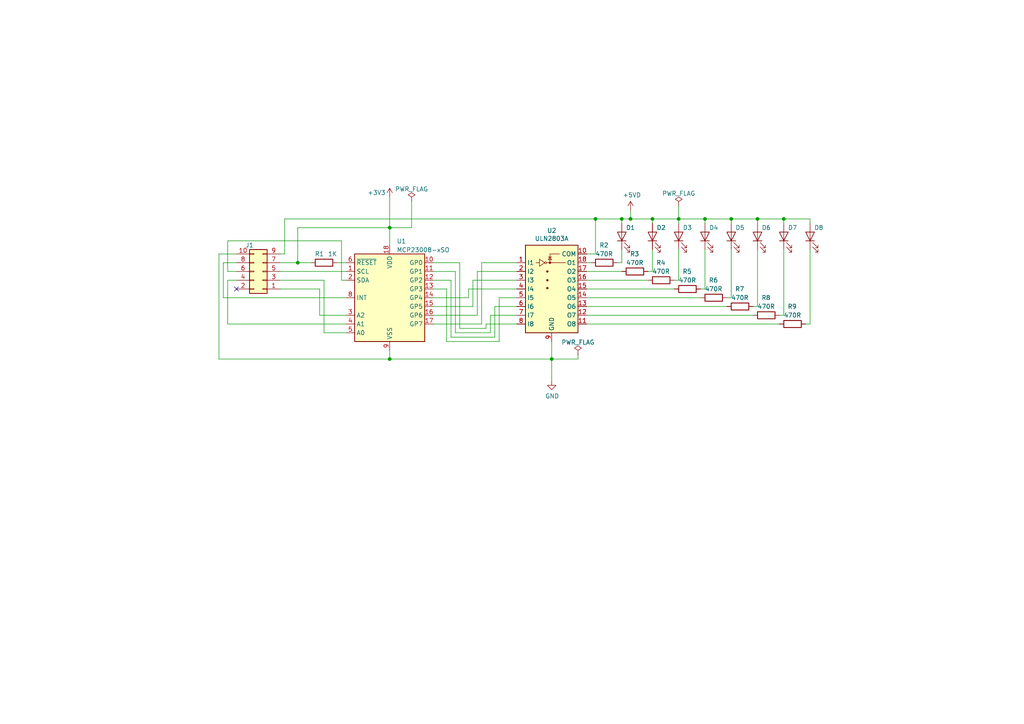
<source format=kicad_sch>
(kicad_sch (version 20211123) (generator eeschema)
  (paper "A4")
  (lib_symbols
    (symbol "Interface_Expansion:MCP23008-xSO"
      (property "Reference" "U" (at -8.89 13.97 0))
      (property "Value" "MCP23008-xSO" (at 8.89 13.97 0))
      (symbol "MCP23008-xSO_0_1"
        (rectangle (start -10.16 12.7) (end 10.16 -12.7) (stroke (width 0.254)) (fill (type background)))
      )
      (symbol "MCP23008-xSO_1_1"
        (pin input line (at -12.7 7.62 0) (length 2.54) (name "SCL") (number "1"))
        (pin bidirectional line (at 12.7 10.16 180) (length 2.54) (name "GP0") (number "10"))
        (pin bidirectional line (at 12.7 7.62 180) (length 2.54) (name "GP1") (number "11"))
        (pin bidirectional line (at 12.7 5.08 180) (length 2.54) (name "GP2") (number "12"))
        (pin bidirectional line (at 12.7 2.54 180) (length 2.54) (name "GP3") (number "13"))
        (pin bidirectional line (at 12.7 0 180) (length 2.54) (name "GP4") (number "14"))
        (pin bidirectional line (at 12.7 -2.54 180) (length 2.54) (name "GP5") (number "15"))
        (pin bidirectional line (at 12.7 -5.08 180) (length 2.54) (name "GP6") (number "16"))
        (pin bidirectional line (at 12.7 -7.62 180) (length 2.54) (name "GP7") (number "17"))
        (pin power_in line (at 0 15.24 270) (length 2.54) (name "VDD") (number "18"))
        (pin bidirectional line (at -12.7 5.08 0) (length 2.54) (name "SDA") (number "2"))
        (pin input line (at -12.7 -5.08 0) (length 2.54) (name "A2") (number "3"))
        (pin input line (at -12.7 -7.62 0) (length 2.54) (name "A1") (number "4"))
        (pin input line (at -12.7 -10.16 0) (length 2.54) (name "A0") (number "5"))
        (pin input line (at -12.7 10.16 0) (length 2.54) (name "~{RESET}") (number "6"))
        (pin no_connect line (at -10.16 -2.54 0) (length 2.54) hide (name "NC") (number "7"))
        (pin output line (at -12.7 0 0) (length 2.54) (name "INT") (number "8"))
        (pin power_in line (at 0 -15.24 90) (length 2.54) (name "VSS") (number "9"))
      )
    )
    (symbol "mrv-8-rescue:+3.3V-power" (power) (pin_names (offset 0))
      (property "Value" "+3.3V-power" (at 0 3.556 0))
      (symbol "+3.3V-power_0_1"
        (polyline (pts (xy -0.762 1.27) (xy 0 2.54)))
        (polyline (pts (xy 0 0) (xy 0 2.54)))
        (polyline (pts (xy 0 2.54) (xy 0.762 1.27)))
      )
      (symbol "+3.3V-power_1_1"
        (pin power_in line (at 0 0 90) (length 0) hide (name "+3V3") (number "1"))
      )
    )
    (symbol "mrv-8-rescue:+5VD-power" (power) (pin_names (offset 0))
      (property "Value" "+5VD-power" (at 0 3.556 0))
      (symbol "+5VD-power_0_1"
        (polyline (pts (xy -0.762 1.27) (xy 0 2.54)))
        (polyline (pts (xy 0 0) (xy 0 2.54)))
        (polyline (pts (xy 0 2.54) (xy 0.762 1.27)))
      )
      (symbol "+5VD-power_1_1"
        (pin power_in line (at 0 0 90) (length 0) hide (name "+5VD") (number "1"))
      )
    )
    (symbol "mrv-8-rescue:Conn_02x05_Odd_Even-Connector_Generic" (pin_names (offset 1.016) hide)
      (property "Reference" "J" (at 1.27 7.62 0))
      (property "Value" "Conn_02x05_Odd_Even-Connector_Generic" (at 1.27 -7.62 0))
      (symbol "Conn_02x05_Odd_Even-Connector_Generic_1_1"
        (rectangle (start -1.27 -4.953) (end 0 -5.207) (stroke (width 0.1524)))
        (rectangle (start -1.27 -2.413) (end 0 -2.667) (stroke (width 0.1524)))
        (rectangle (start -1.27 0.127) (end 0 -0.127) (stroke (width 0.1524)))
        (rectangle (start -1.27 2.667) (end 0 2.413) (stroke (width 0.1524)))
        (rectangle (start -1.27 5.207) (end 0 4.953) (stroke (width 0.1524)))
        (rectangle (start -1.27 6.35) (end 3.81 -6.35) (stroke (width 0.254)) (fill (type background)))
        (rectangle (start 3.81 -4.953) (end 2.54 -5.207) (stroke (width 0.1524)))
        (rectangle (start 3.81 -2.413) (end 2.54 -2.667) (stroke (width 0.1524)))
        (rectangle (start 3.81 0.127) (end 2.54 -0.127) (stroke (width 0.1524)))
        (rectangle (start 3.81 2.667) (end 2.54 2.413) (stroke (width 0.1524)))
        (rectangle (start 3.81 5.207) (end 2.54 4.953) (stroke (width 0.1524)))
        (pin passive line (at -5.08 5.08 0) (length 3.81) (name "Pin_1") (number "1"))
        (pin passive line (at 7.62 -5.08 180) (length 3.81) (name "Pin_10") (number "10"))
        (pin passive line (at 7.62 5.08 180) (length 3.81) (name "Pin_2") (number "2"))
        (pin passive line (at -5.08 2.54 0) (length 3.81) (name "Pin_3") (number "3"))
        (pin passive line (at 7.62 2.54 180) (length 3.81) (name "Pin_4") (number "4"))
        (pin passive line (at -5.08 0 0) (length 3.81) (name "Pin_5") (number "5"))
        (pin passive line (at 7.62 0 180) (length 3.81) (name "Pin_6") (number "6"))
        (pin passive line (at -5.08 -2.54 0) (length 3.81) (name "Pin_7") (number "7"))
        (pin passive line (at 7.62 -2.54 180) (length 3.81) (name "Pin_8") (number "8"))
        (pin passive line (at -5.08 -5.08 0) (length 3.81) (name "Pin_9") (number "9"))
      )
    )
    (symbol "mrv-8-rescue:GND-power" (power) (pin_names (offset 0))
      (property "Value" "GND-power" (at 0 -3.81 0))
      (symbol "GND-power_0_1"
        (polyline (pts (xy 0 0) (xy 0 -1.27) (xy 1.27 -1.27) (xy 0 -2.54) (xy -1.27 -1.27) (xy 0 -1.27)))
      )
      (symbol "GND-power_1_1"
        (pin power_in line (at 0 0 270) (length 0) hide (name "GND") (number "1"))
      )
    )
    (symbol "mrv-8-rescue:IR26-21C_L110_TR8-LED" (pin_numbers hide) (pin_names (offset 1.016) hide)
      (property "Reference" "D" (at 0 2.54 0))
      (property "Value" "IR26-21C_L110_TR8-LED" (at 0 -3.81 0))
      (symbol "IR26-21C_L110_TR8-LED_0_1"
        (polyline (pts (xy -1.27 -1.27) (xy -1.27 1.27)) (stroke (width 0.2032)))
        (polyline (pts (xy -1.27 0) (xy 1.27 0)))
        (polyline (pts (xy 1.27 -1.27) (xy 1.27 1.27) (xy -1.27 0) (xy 1.27 -1.27)) (stroke (width 0.2032)))
        (polyline (pts (xy -3.048 -0.762) (xy -4.572 -2.286) (xy -3.81 -2.286) (xy -4.572 -2.286) (xy -4.572 -1.524)))
        (polyline (pts (xy -1.778 -0.762) (xy -3.302 -2.286) (xy -2.54 -2.286) (xy -3.302 -2.286) (xy -3.302 -1.524)))
      )
      (symbol "IR26-21C_L110_TR8-LED_1_1"
        (pin passive line (at -3.81 0 0) (length 2.54) (name "K") (number "1"))
        (pin passive line (at 3.81 0 180) (length 2.54) (name "A") (number "2"))
      )
    )
    (symbol "mrv-8-rescue:R-Device" (pin_numbers hide) (pin_names (offset 0))
      (property "Reference" "R" (at 2.032 0 90))
      (property "Value" "R-Device" (at 0 0 90))
      (symbol "R-Device_0_1"
        (rectangle (start -1.016 -2.54) (end 1.016 2.54) (stroke (width 0.254)))
      )
      (symbol "R-Device_1_1"
        (pin passive line (at 0 3.81 270) (length 1.27) (name "~") (number "1"))
        (pin passive line (at 0 -3.81 90) (length 1.27) (name "~") (number "2"))
      )
    )
    (symbol "mrv-8-rescue:ULN2803A-Transistor_Array"
      (property "Reference" "U" (at 0 13.335 0))
      (property "Value" "ULN2803A-Transistor_Array" (at 0 11.43 0))
      (symbol "ULN2803A-Transistor_Array_0_1"
        (rectangle (start -7.62 -15.24) (end 7.62 10.16) (stroke (width 0.254)) (fill (type background)))
        (circle (center -1.778 5.08) (radius 0.254))
        (circle (center -1.27 -2.286) (radius 0.254) (fill (type outline)))
        (circle (center -1.27 0) (radius 0.254) (fill (type outline)))
        (circle (center -1.27 2.54) (radius 0.254) (fill (type outline)))
        (circle (center -0.508 5.08) (radius 0.254) (fill (type outline)))
        (polyline (pts (xy -4.572 5.08) (xy -3.556 5.08)))
        (polyline (pts (xy -1.524 5.08) (xy 4.064 5.08)))
        (polyline (pts (xy 0 6.731) (xy -1.016 6.731)))
        (polyline (pts (xy -0.508 5.08) (xy -0.508 7.62) (xy 2.286 7.62)))
        (polyline (pts (xy -3.556 6.096) (xy -3.556 4.064) (xy -2.032 5.08) (xy -3.556 6.096)))
        (polyline (pts (xy 0 5.969) (xy -1.016 5.969) (xy -0.508 6.731) (xy 0 5.969)))
      )
      (symbol "ULN2803A-Transistor_Array_1_1"
        (pin input line (at -10.16 5.08 0) (length 2.54) (name "I1") (number "1"))
        (pin passive line (at 10.16 7.62 180) (length 2.54) (name "COM") (number "10"))
        (pin open_collector line (at 10.16 -12.7 180) (length 2.54) (name "O8") (number "11"))
        (pin open_collector line (at 10.16 -10.16 180) (length 2.54) (name "O7") (number "12"))
        (pin open_collector line (at 10.16 -7.62 180) (length 2.54) (name "O6") (number "13"))
        (pin open_collector line (at 10.16 -5.08 180) (length 2.54) (name "O5") (number "14"))
        (pin open_collector line (at 10.16 -2.54 180) (length 2.54) (name "O4") (number "15"))
        (pin open_collector line (at 10.16 0 180) (length 2.54) (name "O3") (number "16"))
        (pin open_collector line (at 10.16 2.54 180) (length 2.54) (name "O2") (number "17"))
        (pin open_collector line (at 10.16 5.08 180) (length 2.54) (name "O1") (number "18"))
        (pin input line (at -10.16 2.54 0) (length 2.54) (name "I2") (number "2"))
        (pin input line (at -10.16 0 0) (length 2.54) (name "I3") (number "3"))
        (pin input line (at -10.16 -2.54 0) (length 2.54) (name "I4") (number "4"))
        (pin input line (at -10.16 -5.08 0) (length 2.54) (name "I5") (number "5"))
        (pin input line (at -10.16 -7.62 0) (length 2.54) (name "I6") (number "6"))
        (pin input line (at -10.16 -10.16 0) (length 2.54) (name "I7") (number "7"))
        (pin input line (at -10.16 -12.7 0) (length 2.54) (name "I8") (number "8"))
        (pin power_in line (at 0 -17.78 90) (length 2.54) (name "GND") (number "9"))
      )
    )
    (symbol "power:PWR_FLAG" (power) (pin_numbers hide) (pin_names (offset 0) hide)
      (property "Value" "PWR_FLAG" (at 0 3.81 0))
      (symbol "PWR_FLAG_0_0"
        (pin power_out line (at 0 0 90) (length 0) (name "pwr") (number "1"))
      )
      (symbol "PWR_FLAG_0_1"
        (polyline (pts (xy 0 0) (xy 0 1.27) (xy -1.016 1.905) (xy 0 2.54) (xy 1.016 1.905) (xy 0 1.27)))
      )
    )
  )
  (junction (at 182.88 63.5))
  (junction (at 212.09 63.5))
  (junction (at 86.36 76.2))
  (junction (at 204.47 63.5))
  (junction (at 196.85 63.5))
  (junction (at 160.02 104.14))
  (junction (at 113.03 104.14))
  (junction (at 189.23 63.5))
  (junction (at 180.34 63.5))
  (junction (at 219.71 63.5))
  (junction (at 113.03 66.04))
  (junction (at 227.33 63.5))
  (junction (at 172.72 63.5))
  (no_connect (at 68.58 83.82))
  (wire (pts (xy 212.09 63.5) (xy 212.09 64.77)))
  (wire (pts (xy 66.04 69.85) (xy 66.04 78.74)))
  (wire (pts (xy 170.18 83.82) (xy 195.58 83.82)))
  (wire (pts (xy 196.85 59.69) (xy 196.85 63.5)))
  (wire (pts (xy 82.55 63.5) (xy 172.72 63.5)))
  (wire (pts (xy 132.08 78.74) (xy 132.08 96.52)))
  (wire (pts (xy 66.04 81.28) (xy 66.04 93.98)))
  (wire (pts (xy 92.71 83.82) (xy 92.71 91.44)))
  (wire (pts (xy 204.47 83.82) (xy 203.2 83.82)))
  (wire (pts (xy 66.04 78.74) (xy 68.58 78.74)))
  (wire (pts (xy 135.89 83.82) (xy 149.86 83.82)))
  (wire (pts (xy 81.28 78.74) (xy 100.33 78.74)))
  (wire (pts (xy 189.23 78.74) (xy 187.96 78.74)))
  (wire (pts (xy 86.36 76.2) (xy 90.17 76.2)))
  (wire (pts (xy 204.47 63.5) (xy 196.85 63.5)))
  (wire (pts (xy 93.98 96.52) (xy 100.33 96.52)))
  (wire (pts (xy 212.09 72.39) (xy 212.09 86.36)))
  (wire (pts (xy 125.73 76.2) (xy 133.35 76.2)))
  (wire (pts (xy 125.73 81.28) (xy 130.81 81.28)))
  (wire (pts (xy 125.73 78.74) (xy 132.08 78.74)))
  (wire (pts (xy 130.81 81.28) (xy 130.81 97.79)))
  (wire (pts (xy 86.36 66.04) (xy 86.36 76.2)))
  (wire (pts (xy 125.73 91.44) (xy 138.43 91.44)))
  (wire (pts (xy 125.73 86.36) (xy 135.89 86.36)))
  (wire (pts (xy 234.95 64.77) (xy 234.95 63.5)))
  (wire (pts (xy 160.02 104.14) (xy 160.02 110.49)))
  (wire (pts (xy 64.77 76.2) (xy 68.58 76.2)))
  (wire (pts (xy 125.73 83.82) (xy 129.54 83.82)))
  (wire (pts (xy 144.78 86.36) (xy 149.86 86.36)))
  (wire (pts (xy 135.89 86.36) (xy 135.89 83.82)))
  (wire (pts (xy 170.18 81.28) (xy 187.96 81.28)))
  (wire (pts (xy 212.09 86.36) (xy 210.82 86.36)))
  (wire (pts (xy 227.33 63.5) (xy 219.71 63.5)))
  (wire (pts (xy 113.03 66.04) (xy 113.03 71.12)))
  (wire (pts (xy 204.47 72.39) (xy 204.47 83.82)))
  (wire (pts (xy 132.08 96.52) (xy 142.24 96.52)))
  (wire (pts (xy 234.95 63.5) (xy 227.33 63.5)))
  (wire (pts (xy 133.35 95.25) (xy 140.97 95.25)))
  (wire (pts (xy 82.55 73.66) (xy 82.55 63.5)))
  (wire (pts (xy 167.64 102.87) (xy 167.64 104.14)))
  (wire (pts (xy 227.33 91.44) (xy 226.06 91.44)))
  (wire (pts (xy 196.85 63.5) (xy 189.23 63.5)))
  (wire (pts (xy 219.71 63.5) (xy 219.71 64.77)))
  (wire (pts (xy 113.03 57.15) (xy 113.03 66.04)))
  (wire (pts (xy 143.51 97.79) (xy 143.51 88.9)))
  (wire (pts (xy 170.18 93.98) (xy 226.06 93.98)))
  (wire (pts (xy 170.18 76.2) (xy 171.45 76.2)))
  (wire (pts (xy 139.7 76.2) (xy 149.86 76.2)))
  (wire (pts (xy 170.18 91.44) (xy 218.44 91.44)))
  (wire (pts (xy 189.23 72.39) (xy 189.23 78.74)))
  (wire (pts (xy 93.98 81.28) (xy 93.98 96.52)))
  (wire (pts (xy 182.88 63.5) (xy 180.34 63.5)))
  (wire (pts (xy 227.33 63.5) (xy 227.33 64.77)))
  (wire (pts (xy 63.5 104.14) (xy 113.03 104.14)))
  (wire (pts (xy 129.54 83.82) (xy 129.54 99.06)))
  (wire (pts (xy 81.28 76.2) (xy 86.36 76.2)))
  (wire (pts (xy 81.28 83.82) (xy 92.71 83.82)))
  (wire (pts (xy 138.43 91.44) (xy 138.43 78.74)))
  (wire (pts (xy 204.47 63.5) (xy 204.47 64.77)))
  (wire (pts (xy 167.64 104.14) (xy 160.02 104.14)))
  (wire (pts (xy 140.97 95.25) (xy 140.97 93.98)))
  (wire (pts (xy 66.04 81.28) (xy 68.58 81.28)))
  (wire (pts (xy 125.73 93.98) (xy 139.7 93.98)))
  (wire (pts (xy 125.73 88.9) (xy 137.16 88.9)))
  (wire (pts (xy 142.24 96.52) (xy 142.24 91.44)))
  (wire (pts (xy 170.18 86.36) (xy 203.2 86.36)))
  (wire (pts (xy 113.03 104.14) (xy 160.02 104.14)))
  (wire (pts (xy 119.38 66.04) (xy 113.03 66.04)))
  (wire (pts (xy 137.16 81.28) (xy 149.86 81.28)))
  (wire (pts (xy 138.43 78.74) (xy 149.86 78.74)))
  (wire (pts (xy 64.77 86.36) (xy 64.77 76.2)))
  (wire (pts (xy 143.51 88.9) (xy 149.86 88.9)))
  (wire (pts (xy 144.78 99.06) (xy 144.78 86.36)))
  (wire (pts (xy 234.95 93.98) (xy 233.68 93.98)))
  (wire (pts (xy 212.09 63.5) (xy 204.47 63.5)))
  (wire (pts (xy 196.85 63.5) (xy 196.85 64.77)))
  (wire (pts (xy 142.24 91.44) (xy 149.86 91.44)))
  (wire (pts (xy 170.18 73.66) (xy 172.72 73.66)))
  (wire (pts (xy 113.03 66.04) (xy 86.36 66.04)))
  (wire (pts (xy 97.79 76.2) (xy 100.33 76.2)))
  (wire (pts (xy 196.85 81.28) (xy 195.58 81.28)))
  (wire (pts (xy 99.06 81.28) (xy 99.06 69.85)))
  (wire (pts (xy 227.33 72.39) (xy 227.33 91.44)))
  (wire (pts (xy 160.02 99.06) (xy 160.02 104.14)))
  (wire (pts (xy 129.54 99.06) (xy 144.78 99.06)))
  (wire (pts (xy 196.85 72.39) (xy 196.85 81.28)))
  (wire (pts (xy 81.28 73.66) (xy 82.55 73.66)))
  (wire (pts (xy 219.71 72.39) (xy 219.71 88.9)))
  (wire (pts (xy 219.71 63.5) (xy 212.09 63.5)))
  (wire (pts (xy 182.88 60.96) (xy 182.88 63.5)))
  (wire (pts (xy 180.34 63.5) (xy 180.34 64.77)))
  (wire (pts (xy 180.34 76.2) (xy 179.07 76.2)))
  (wire (pts (xy 81.28 81.28) (xy 93.98 81.28)))
  (wire (pts (xy 170.18 78.74) (xy 180.34 78.74)))
  (wire (pts (xy 170.18 88.9) (xy 210.82 88.9)))
  (wire (pts (xy 189.23 63.5) (xy 189.23 64.77)))
  (wire (pts (xy 63.5 73.66) (xy 63.5 104.14)))
  (wire (pts (xy 172.72 73.66) (xy 172.72 63.5)))
  (wire (pts (xy 172.72 63.5) (xy 180.34 63.5)))
  (wire (pts (xy 113.03 101.6) (xy 113.03 104.14)))
  (wire (pts (xy 68.58 73.66) (xy 63.5 73.66)))
  (wire (pts (xy 234.95 72.39) (xy 234.95 93.98)))
  (wire (pts (xy 133.35 76.2) (xy 133.35 95.25)))
  (wire (pts (xy 92.71 91.44) (xy 100.33 91.44)))
  (wire (pts (xy 100.33 86.36) (xy 64.77 86.36)))
  (wire (pts (xy 219.71 88.9) (xy 218.44 88.9)))
  (wire (pts (xy 140.97 93.98) (xy 149.86 93.98)))
  (wire (pts (xy 100.33 81.28) (xy 99.06 81.28)))
  (wire (pts (xy 139.7 93.98) (xy 139.7 76.2)))
  (wire (pts (xy 189.23 63.5) (xy 182.88 63.5)))
  (wire (pts (xy 180.34 72.39) (xy 180.34 76.2)))
  (wire (pts (xy 119.38 58.42) (xy 119.38 66.04)))
  (wire (pts (xy 130.81 97.79) (xy 143.51 97.79)))
  (wire (pts (xy 137.16 88.9) (xy 137.16 81.28)))
  (wire (pts (xy 99.06 69.85) (xy 66.04 69.85)))
  (wire (pts (xy 66.04 93.98) (xy 100.33 93.98)))
  (symbol (lib_id "mrv-8-rescue:IR26-21C_L110_TR8-LED") (at 180.34 68.58 90) (unit 1)
    (property "Reference" "D1" (at 182.88 66.04 90))
    (property "Value" "IR26-21C_L110_TR8" (effects hide))
    (property "Footprint" "LED_SMD:LED_1206_3216Metric_Pad1.42x1.75mm_HandSolder" (effects hide))
    (property "Datasheet" "http://www.everlight.com/file/ProductFile/IR26-21C-L110-TR8.pdf" (effects hide))
  )
  (symbol (lib_id "mrv-8-rescue:+5VD-power") (at 182.88 60.96 0) (unit 1)
    (property "Reference" "#PWR03" (effects hide))
    (property "Value" "+5VD" (at 183.261 56.5658 0))
  )
  (symbol (lib_id "mrv-8-rescue:Conn_02x05_Odd_Even-Connector_Generic") (at 76.2 78.74 180) (unit 1)
    (property "Reference" "J1" (at 72.39 71.12 0))
    (property "Value" "Conn_02x05_Odd_Even" (effects hide))
    (property "Footprint" "Connector_PinHeader_2.54mm:PinHeader_2x05_P2.54mm_Horizontal" (effects hide))
  )
  (symbol (lib_id "mrv-8-rescue:+3.3V-power") (at 113.03 57.15 0) (unit 1)
    (property "Reference" "#PWR01" (effects hide))
    (property "Value" "+3.3V" (at 109.22 55.88 0))
  )
  (symbol (lib_id "mrv-8-rescue:ULN2803A-Transistor_Array") (at 160.02 81.28 0) (unit 1)
    (property "Reference" "U2" (at 160.02 66.8782 0))
    (property "Value" "ULN2803A" (at 160.02 69.1896 0))
    (property "Footprint" "Package_SO:SOIC-18W_7.5x11.6mm_P1.27mm" (effects hide))
    (property "Datasheet" "http://www.ti.com/lit/ds/symlink/uln2803a.pdf" (effects hide))
  )
  (symbol (lib_id "mrv-8-rescue:GND-power") (at 160.02 110.49 0) (unit 1)
    (property "Reference" "#PWR02" (effects hide))
    (property "Value" "GND" (at 160.147 114.8842 0))
  )
  (symbol (lib_id "mrv-8-rescue:R-Device") (at 222.25 91.44 90) (unit 1)
    (property "Reference" "R8" (at 223.52 86.36 90) (effects (justify left)))
    (property "Value" "470R" (at 224.79 88.9 90) (effects (justify left)))
    (property "Footprint" "Resistor_SMD:R_0805_2012Metric_Pad1.20x1.40mm_HandSolder" (effects hide))
  )
  (symbol (lib_id "mrv-8-rescue:IR26-21C_L110_TR8-LED") (at 204.47 68.58 90) (unit 1)
    (property "Reference" "D4" (at 207.01 66.04 90))
    (property "Value" "IR26-21C_L110_TR8" (effects hide))
    (property "Footprint" "LED_SMD:LED_1206_3216Metric_Pad1.42x1.75mm_HandSolder" (effects hide))
    (property "Datasheet" "http://www.everlight.com/file/ProductFile/IR26-21C-L110-TR8.pdf" (effects hide))
  )
  (symbol (lib_id "mrv-8-rescue:R-Device") (at 175.26 76.2 90) (unit 1)
    (property "Reference" "R2" (at 176.53 71.12 90) (effects (justify left)))
    (property "Value" "470R" (at 177.8 73.66 90) (effects (justify left)))
    (property "Footprint" "Resistor_SMD:R_0805_2012Metric_Pad1.20x1.40mm_HandSolder" (effects hide))
  )
  (symbol (lib_id "mrv-8-rescue:R-Device") (at 229.87 93.98 90) (unit 1)
    (property "Reference" "R9" (at 231.14 88.9 90) (effects (justify left)))
    (property "Value" "470R" (at 232.41 91.44 90) (effects (justify left)))
    (property "Footprint" "Resistor_SMD:R_0805_2012Metric_Pad1.20x1.40mm_HandSolder" (effects hide))
  )
  (symbol (lib_id "mrv-8-rescue:R-Device") (at 93.98 76.2 90) (unit 1)
    (property "Reference" "R1" (at 93.98 73.66 90) (effects (justify left)))
    (property "Value" "1K" (at 97.79 73.66 90) (effects (justify left)))
    (property "Footprint" "Resistor_SMD:R_1206_3216Metric_Pad1.30x1.75mm_HandSolder" (effects hide))
  )
  (symbol (lib_id "power:PWR_FLAG") (at 196.85 59.69 0) (unit 1)
    (property "Reference" "#FLG0103" (effects hide))
    (property "Value" "PWR_FLAG" (at 196.85 56.1142 0))
  )
  (symbol (lib_id "mrv-8-rescue:R-Device") (at 207.01 86.36 90) (unit 1)
    (property "Reference" "R6" (at 208.28 81.28 90) (effects (justify left)))
    (property "Value" "470R" (at 209.55 83.82 90) (effects (justify left)))
    (property "Footprint" "Resistor_SMD:R_0805_2012Metric_Pad1.20x1.40mm_HandSolder" (effects hide))
  )
  (symbol (lib_id "mrv-8-rescue:IR26-21C_L110_TR8-LED") (at 212.09 68.58 90) (unit 1)
    (property "Reference" "D5" (at 214.63 66.04 90))
    (property "Value" "IR26-21C_L110_TR8" (effects hide))
    (property "Footprint" "LED_SMD:LED_1206_3216Metric_Pad1.42x1.75mm_HandSolder" (effects hide))
    (property "Datasheet" "http://www.everlight.com/file/ProductFile/IR26-21C-L110-TR8.pdf" (effects hide))
  )
  (symbol (lib_id "mrv-8-rescue:R-Device") (at 191.77 81.28 90) (unit 1)
    (property "Reference" "R4" (at 193.04 76.2 90) (effects (justify left)))
    (property "Value" "470R" (at 194.31 78.74 90) (effects (justify left)))
    (property "Footprint" "Resistor_SMD:R_0805_2012Metric_Pad1.20x1.40mm_HandSolder" (effects hide))
  )
  (symbol (lib_id "mrv-8-rescue:R-Device") (at 214.63 88.9 90) (unit 1)
    (property "Reference" "R7" (at 215.9 83.82 90) (effects (justify left)))
    (property "Value" "470R" (at 217.17 86.36 90) (effects (justify left)))
    (property "Footprint" "Resistor_SMD:R_0805_2012Metric_Pad1.20x1.40mm_HandSolder" (effects hide))
  )
  (symbol (lib_id "mrv-8-rescue:IR26-21C_L110_TR8-LED") (at 219.71 68.58 90) (unit 1)
    (property "Reference" "D6" (at 222.25 66.04 90))
    (property "Value" "IR26-21C_L110_TR8" (effects hide))
    (property "Footprint" "LED_SMD:LED_1206_3216Metric_Pad1.42x1.75mm_HandSolder" (effects hide))
    (property "Datasheet" "http://www.everlight.com/file/ProductFile/IR26-21C-L110-TR8.pdf" (effects hide))
  )
  (symbol (lib_id "power:PWR_FLAG") (at 119.38 58.42 0) (unit 1)
    (property "Reference" "#FLG0101" (effects hide))
    (property "Value" "PWR_FLAG" (at 119.38 54.8442 0))
  )
  (symbol (lib_id "mrv-8-rescue:IR26-21C_L110_TR8-LED") (at 234.95 68.58 90) (unit 1)
    (property "Reference" "D8" (at 237.49 66.04 90))
    (property "Value" "IR26-21C_L110_TR8" (effects hide))
    (property "Footprint" "LED_SMD:LED_1206_3216Metric_Pad1.42x1.75mm_HandSolder" (effects hide))
    (property "Datasheet" "http://www.everlight.com/file/ProductFile/IR26-21C-L110-TR8.pdf" (effects hide))
  )
  (symbol (lib_id "power:PWR_FLAG") (at 167.64 102.87 0) (unit 1)
    (property "Reference" "#FLG0102" (effects hide))
    (property "Value" "PWR_FLAG" (at 167.64 99.2942 0))
  )
  (symbol (lib_id "Interface_Expansion:MCP23008-xSO") (at 113.03 86.36 0) (unit 1)
    (property "Reference" "U1" (at 115.0494 69.9602 0) (effects (justify left)))
    (property "Value" "MCP23008-xSO" (at 115.0494 72.4971 0) (effects (justify left)))
    (property "Footprint" "Package_SO:SOIC-18W_7.5x11.6mm_P1.27mm" (effects hide))
    (property "Datasheet" "http://ww1.microchip.com/downloads/en/DeviceDoc/MCP23008-MCP23S08-Data-Sheet-20001919F.pdf" (effects hide))
  )
  (symbol (lib_id "mrv-8-rescue:IR26-21C_L110_TR8-LED") (at 189.23 68.58 90) (unit 1)
    (property "Reference" "D2" (at 191.77 66.04 90))
    (property "Value" "IR26-21C_L110_TR8" (effects hide))
    (property "Footprint" "LED_SMD:LED_1206_3216Metric_Pad1.42x1.75mm_HandSolder" (effects hide))
    (property "Datasheet" "http://www.everlight.com/file/ProductFile/IR26-21C-L110-TR8.pdf" (effects hide))
  )
  (symbol (lib_id "mrv-8-rescue:R-Device") (at 184.15 78.74 90) (unit 1)
    (property "Reference" "R3" (at 185.42 73.66 90) (effects (justify left)))
    (property "Value" "470R" (at 186.69 76.2 90) (effects (justify left)))
    (property "Footprint" "Resistor_SMD:R_0805_2012Metric_Pad1.20x1.40mm_HandSolder" (effects hide))
  )
  (symbol (lib_id "mrv-8-rescue:IR26-21C_L110_TR8-LED") (at 227.33 68.58 90) (unit 1)
    (property "Reference" "D7" (at 229.87 66.04 90))
    (property "Value" "IR26-21C_L110_TR8" (effects hide))
    (property "Footprint" "LED_SMD:LED_1206_3216Metric_Pad1.42x1.75mm_HandSolder" (effects hide))
    (property "Datasheet" "http://www.everlight.com/file/ProductFile/IR26-21C-L110-TR8.pdf" (effects hide))
  )
  (symbol (lib_id "mrv-8-rescue:R-Device") (at 199.39 83.82 90) (unit 1)
    (property "Reference" "R5" (at 200.66 78.74 90) (effects (justify left)))
    (property "Value" "470R" (at 201.93 81.28 90) (effects (justify left)))
    (property "Footprint" "Resistor_SMD:R_0805_2012Metric_Pad1.20x1.40mm_HandSolder" (effects hide))
  )
  (symbol (lib_id "mrv-8-rescue:IR26-21C_L110_TR8-LED") (at 196.85 68.58 90) (unit 1)
    (property "Reference" "D3" (at 199.39 66.04 90))
    (property "Value" "IR26-21C_L110_TR8" (effects hide))
    (property "Footprint" "LED_SMD:LED_1206_3216Metric_Pad1.42x1.75mm_HandSolder" (effects hide))
    (property "Datasheet" "http://www.everlight.com/file/ProductFile/IR26-21C-L110-TR8.pdf" (effects hide))
  )
)
</source>
